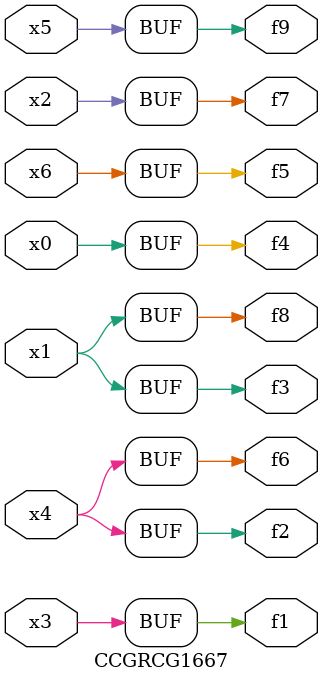
<source format=v>
module CCGRCG1667(
	input x0, x1, x2, x3, x4, x5, x6,
	output f1, f2, f3, f4, f5, f6, f7, f8, f9
);
	assign f1 = x3;
	assign f2 = x4;
	assign f3 = x1;
	assign f4 = x0;
	assign f5 = x6;
	assign f6 = x4;
	assign f7 = x2;
	assign f8 = x1;
	assign f9 = x5;
endmodule

</source>
